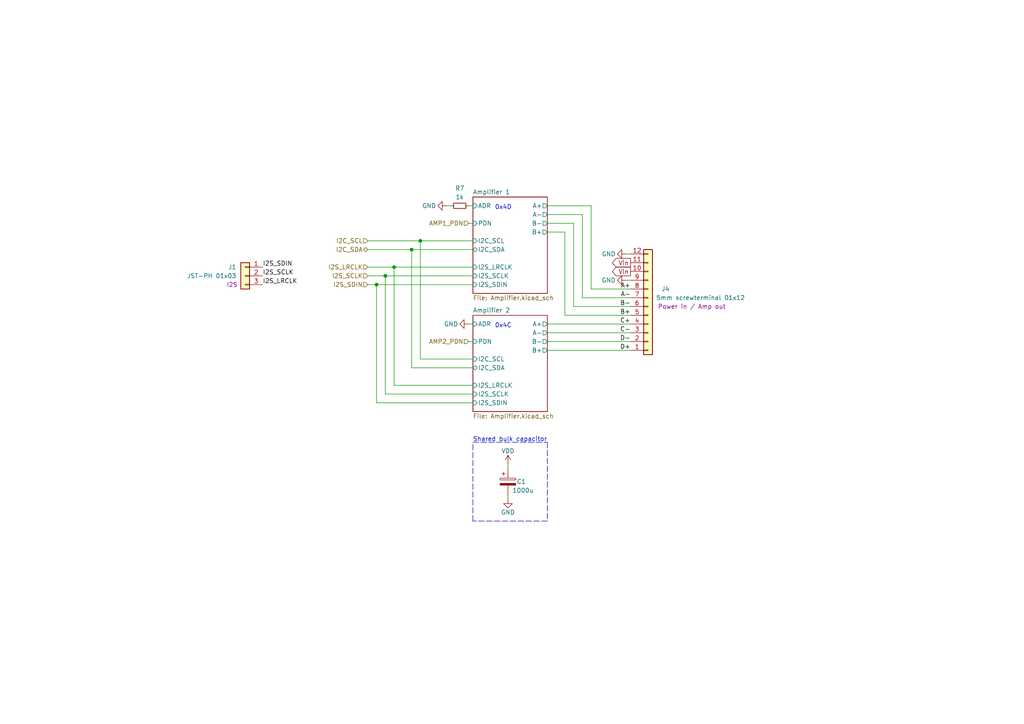
<source format=kicad_sch>
(kicad_sch (version 20211123) (generator eeschema)
  (paper "A4")
  (title_block (title "4x38W amp with DSP and BT") (date "2021-12-01") (rev "1.0") (company "ZOUDIO"))
  (lib_symbols
    (symbol "Connector_Generic:Conn_01x03" (pin_names (offset 1.016) hide)
      (property "Reference" "J" (at 0 5.08 0))
      (property "Value" "Conn_01x03" (at 0 -5.08 0))
      (symbol "Conn_01x03_1_1"
        (rectangle (start -1.27 -2.413) (end 0 -2.667) (stroke (width 0.1524)))
        (rectangle (start -1.27 0.127) (end 0 -0.127) (stroke (width 0.1524)))
        (rectangle (start -1.27 2.667) (end 0 2.413) (stroke (width 0.1524)))
        (rectangle (start -1.27 3.81) (end 1.27 -3.81) (stroke (width 0.254)) (fill (type background)))
        (pin passive line (at -5.08 2.54 0) (length 3.81) (name "Pin_1") (number "1"))
        (pin passive line (at -5.08 0 0) (length 3.81) (name "Pin_2") (number "2"))
        (pin passive line (at -5.08 -2.54 0) (length 3.81) (name "Pin_3") (number "3"))
      )
    )
    (symbol "Connector_Generic:Conn_01x12" (pin_names (offset 1.016) hide)
      (property "Reference" "J" (at 0 15.24 0))
      (property "Value" "Conn_01x12" (at 0 -17.78 0))
      (symbol "Conn_01x12_1_1"
        (rectangle (start -1.27 -15.113) (end 0 -15.367) (stroke (width 0.1524)))
        (rectangle (start -1.27 -12.573) (end 0 -12.827) (stroke (width 0.1524)))
        (rectangle (start -1.27 -10.033) (end 0 -10.287) (stroke (width 0.1524)))
        (rectangle (start -1.27 -7.493) (end 0 -7.747) (stroke (width 0.1524)))
        (rectangle (start -1.27 -4.953) (end 0 -5.207) (stroke (width 0.1524)))
        (rectangle (start -1.27 -2.413) (end 0 -2.667) (stroke (width 0.1524)))
        (rectangle (start -1.27 0.127) (end 0 -0.127) (stroke (width 0.1524)))
        (rectangle (start -1.27 2.667) (end 0 2.413) (stroke (width 0.1524)))
        (rectangle (start -1.27 5.207) (end 0 4.953) (stroke (width 0.1524)))
        (rectangle (start -1.27 7.747) (end 0 7.493) (stroke (width 0.1524)))
        (rectangle (start -1.27 10.287) (end 0 10.033) (stroke (width 0.1524)))
        (rectangle (start -1.27 12.827) (end 0 12.573) (stroke (width 0.1524)))
        (rectangle (start -1.27 13.97) (end 1.27 -16.51) (stroke (width 0.254)) (fill (type background)))
        (pin passive line (at -5.08 12.7 0) (length 3.81) (name "Pin_1") (number "1"))
        (pin passive line (at -5.08 -10.16 0) (length 3.81) (name "Pin_10") (number "10"))
        (pin passive line (at -5.08 -12.7 0) (length 3.81) (name "Pin_11") (number "11"))
        (pin passive line (at -5.08 -15.24 0) (length 3.81) (name "Pin_12") (number "12"))
        (pin passive line (at -5.08 10.16 0) (length 3.81) (name "Pin_2") (number "2"))
        (pin passive line (at -5.08 7.62 0) (length 3.81) (name "Pin_3") (number "3"))
        (pin passive line (at -5.08 5.08 0) (length 3.81) (name "Pin_4") (number "4"))
        (pin passive line (at -5.08 2.54 0) (length 3.81) (name "Pin_5") (number "5"))
        (pin passive line (at -5.08 0 0) (length 3.81) (name "Pin_6") (number "6"))
        (pin passive line (at -5.08 -2.54 0) (length 3.81) (name "Pin_7") (number "7"))
        (pin passive line (at -5.08 -5.08 0) (length 3.81) (name "Pin_8") (number "8"))
        (pin passive line (at -5.08 -7.62 0) (length 3.81) (name "Pin_9") (number "9"))
      )
    )
    (symbol "Device:CP" (pin_numbers hide) (pin_names (offset 0.254))
      (property "Reference" "C" (at 0.635 2.54 0))
      (property "Value" "Device_CP" (at 0.635 -2.54 0))
      (symbol "CP_0_1"
        (rectangle (start -2.286 0.508) (end 2.286 1.016))
        (polyline (pts (xy -1.778 2.286) (xy -0.762 2.286)))
        (polyline (pts (xy -1.27 2.794) (xy -1.27 1.778)))
        (rectangle (start 2.286 -0.508) (end -2.286 -1.016) (fill (type outline)))
      )
      (symbol "CP_1_1"
        (pin passive line (at 0 3.81 270) (length 2.794) (name "~") (number "1"))
        (pin passive line (at 0 -3.81 90) (length 2.794) (name "~") (number "2"))
      )
    )
    (symbol "Device:R_Small" (pin_numbers hide) (pin_names (offset 0.254) hide)
      (property "Reference" "R" (at 0.762 0.508 0))
      (property "Value" "R_Small" (at 0.762 -1.016 0))
      (symbol "R_Small_0_1"
        (rectangle (start -0.762 1.778) (end 0.762 -1.778) (stroke (width 0.2032)))
      )
      (symbol "R_Small_1_1"
        (pin passive line (at 0 2.54 270) (length 0.762) (name "~") (number "1"))
        (pin passive line (at 0 -2.54 90) (length 0.762) (name "~") (number "2"))
      )
    )
    (symbol "power:GND" (power) (pin_names (offset 0))
      (property "Value" "GND" (at 0 -3.81 0))
      (symbol "GND_0_1"
        (polyline (pts (xy 0 0) (xy 0 -1.27) (xy 1.27 -1.27) (xy 0 -2.54) (xy -1.27 -1.27) (xy 0 -1.27)))
      )
      (symbol "GND_1_1"
        (pin power_in line (at 0 0 270) (length 0) hide (name "GND") (number "1"))
      )
    )
    (symbol "power:VDD" (power) (pin_names (offset 0))
      (property "Value" "VDD" (at 0 3.81 0))
      (symbol "VDD_0_1"
        (polyline (pts (xy -0.762 1.27) (xy 0 2.54)))
        (polyline (pts (xy 0 0) (xy 0 2.54)))
        (polyline (pts (xy 0 2.54) (xy 0.762 1.27)))
      )
      (symbol "VDD_1_1"
        (pin power_in line (at 0 0 90) (length 0) hide (name "VDD") (number "1"))
      )
    )
  )
  (junction (at 119.38 72.39))
  (junction (at 114.3 77.47))
  (junction (at 111.76 80.01))
  (junction (at 109.22 82.55))
  (junction (at 121.92 69.85))
  (wire (pts (xy 137.16 59.69) (xy 135.89 59.69)))
  (wire (pts (xy 158.75 64.77) (xy 166.37 64.77)))
  (wire (pts (xy 171.45 59.69) (xy 171.45 83.82)))
  (wire (pts (xy 163.83 91.44) (xy 163.83 67.31)))
  (wire (pts (xy 182.88 91.44) (xy 163.83 91.44)))
  (wire (pts (xy 147.32 134.62) (xy 147.32 135.89)))
  (wire (pts (xy 111.76 114.3) (xy 137.16 114.3)))
  (wire (pts (xy 158.75 101.6) (xy 182.88 101.6)))
  (wire (pts (xy 121.92 69.85) (xy 106.68 69.85)))
  (polyline (pts (xy 137.16 128.27) (xy 158.75 128.27)))
  (wire (pts (xy 158.75 93.98) (xy 182.88 93.98)))
  (wire (pts (xy 114.3 111.76) (xy 137.16 111.76)))
  (wire (pts (xy 135.89 64.77) (xy 137.16 64.77)))
  (wire (pts (xy 181.61 81.28) (xy 182.88 81.28)))
  (wire (pts (xy 137.16 77.47) (xy 114.3 77.47)))
  (wire (pts (xy 137.16 72.39) (xy 119.38 72.39)))
  (polyline (pts (xy 158.75 151.13) (xy 137.16 151.13)))
  (wire (pts (xy 106.68 72.39) (xy 119.38 72.39)))
  (wire (pts (xy 121.92 69.85) (xy 137.16 69.85)))
  (wire (pts (xy 168.91 86.36) (xy 182.88 86.36)))
  (wire (pts (xy 129.54 59.69) (xy 130.81 59.69)))
  (wire (pts (xy 158.75 99.06) (xy 182.88 99.06)))
  (wire (pts (xy 111.76 80.01) (xy 106.68 80.01)))
  (wire (pts (xy 166.37 64.77) (xy 166.37 88.9)))
  (polyline (pts (xy 137.16 151.13) (xy 137.16 128.27)))
  (wire (pts (xy 119.38 72.39) (xy 119.38 106.68)))
  (wire (pts (xy 137.16 80.01) (xy 111.76 80.01)))
  (wire (pts (xy 111.76 80.01) (xy 111.76 114.3)))
  (wire (pts (xy 121.92 104.14) (xy 137.16 104.14)))
  (wire (pts (xy 158.75 96.52) (xy 182.88 96.52)))
  (wire (pts (xy 166.37 88.9) (xy 182.88 88.9)))
  (wire (pts (xy 181.61 73.66) (xy 182.88 73.66)))
  (wire (pts (xy 109.22 82.55) (xy 109.22 116.84)))
  (wire (pts (xy 135.89 93.98) (xy 137.16 93.98)))
  (wire (pts (xy 114.3 77.47) (xy 114.3 111.76)))
  (wire (pts (xy 171.45 83.82) (xy 182.88 83.82)))
  (wire (pts (xy 168.91 62.23) (xy 168.91 86.36)))
  (wire (pts (xy 158.75 62.23) (xy 168.91 62.23)))
  (wire (pts (xy 163.83 67.31) (xy 158.75 67.31)))
  (wire (pts (xy 137.16 106.68) (xy 119.38 106.68)))
  (wire (pts (xy 137.16 99.06) (xy 135.89 99.06)))
  (polyline (pts (xy 158.75 128.27) (xy 158.75 151.13)))
  (wire (pts (xy 109.22 116.84) (xy 137.16 116.84)))
  (wire (pts (xy 147.32 143.51) (xy 147.32 144.78)))
  (wire (pts (xy 106.68 77.47) (xy 114.3 77.47)))
  (wire (pts (xy 121.92 69.85) (xy 121.92 104.14)))
  (wire (pts (xy 158.75 59.69) (xy 171.45 59.69)))
  (wire (pts (xy 106.68 82.55) (xy 109.22 82.55)))
  (wire (pts (xy 137.16 82.55) (xy 109.22 82.55)))
  (text "0x4C" (at 143.51 95.25 0) (effects (font (size 1.27 1.27)) (justify left bottom)))
  (text "0x4D" (at 143.51 60.96 0) (effects (font (size 1.27 1.27)) (justify left bottom)))
  (text "Shared bulk capacitor" (at 137.16 128.27 0) (effects (font (size 1.27 1.27)) (justify left bottom)))
  (label "C+" (at 182.88 93.98 180))
  (label "I2S_SDIN" (at 76.2 77.47 0))
  (label "B-" (at 182.88 88.9 180))
  (label "A-" (at 182.88 86.36 180))
  (label "A+" (at 182.88 83.82 180))
  (label "C-" (at 182.88 96.52 180))
  (label "I2S_SCLK" (at 76.2 80.01 0))
  (label "I2S_LRCLK" (at 76.2 82.55 0))
  (label "D-" (at 182.88 99.06 180))
  (label "D+" (at 182.88 101.6 180))
  (label "B+" (at 182.88 91.44 180))
  (global_label "Vin" (shape output) (at 182.88 76.2 180) (property "Intersheet References" "${INTERSHEET_REFS}" (effects hide)))
  (global_label "Vin" (shape output) (at 182.88 78.74 180) (property "Intersheet References" "${INTERSHEET_REFS}" (effects hide)))
  (hierarchical_label "I2C_SCL" (shape input) (at 106.68 69.85 180))
  (hierarchical_label "I2S_LRCLK" (shape input) (at 106.68 77.47 180))
  (hierarchical_label "I2C_SDA" (shape bidirectional) (at 106.68 72.39 180))
  (hierarchical_label "AMP1_PDN" (shape input) (at 135.89 64.77 180))
  (hierarchical_label "I2S_SCLK" (shape input) (at 106.68 80.01 180))
  (hierarchical_label "I2S_SDIN" (shape input) (at 106.68 82.55 180))
  (hierarchical_label "AMP2_PDN" (shape input) (at 135.89 99.06 180))
  (symbol (lib_id "Connector_Generic:Conn_01x03") (at 71.12 80.01 0) (mirror y) (unit 1)
    (property "Reference" "J1" (at 68.58 77.47 0) (effects (justify left)))
    (property "Value" "JST-PH 01x03" (at 68.58 80.01 0) (effects (justify left)))
    (property "Footprint" "Connector_JST:JST_PH_B3B-PH-K_1x03_P2.00mm_Vertical" (effects hide))
    (property "Function" "I2S" (at 67.31 82.55 0))
    (property "Manufacturer" "JST" (effects hide))
    (property "Partnumber" "B3B-PH-K-S(LF)(SN)" (effects hide))
  )
  (symbol (lib_id "power:VDD") (at 147.32 134.62 0) (unit 1)
    (property "Reference" "#PWR0120" (effects hide))
    (property "Value" "VDD" (at 147.32 130.81 0))
  )
  (symbol (lib_id "Device:CP") (at 147.32 139.7 0) (unit 1)
    (property "Reference" "C1" (at 149.86 139.7 0) (effects (justify left)))
    (property "Value" "1000u" (at 148.59 142.24 0) (effects (justify left)))
    (property "Footprint" "ZOUDIO-footprints:Cap_Rad_D10_P5_horizontal" (effects hide))
    (property "Manufacturer" "Nichicon" (effects hide))
    (property "Partnumber" "UHV1V102MHD" (effects hide))
  )
  (symbol (lib_id "power:GND") (at 147.32 144.78 0) (mirror y) (unit 1)
    (property "Reference" "#PWR04" (effects hide))
    (property "Value" "GND" (at 147.32 148.59 0))
  )
  (symbol (lib_id "Device:R_Small") (at 133.35 59.69 270) (unit 1)
    (property "Reference" "R7" (at 133.35 54.61 90))
    (property "Value" "1k" (at 133.35 57.15 90))
    (property "Footprint" "Resistor_SMD:R_0603_1608Metric" (effects hide))
    (property "Manufacturer" "Yageo" (effects hide))
    (property "Partnumber" "RC0603FR-071KL" (effects hide))
  )
  (symbol (lib_id "power:GND") (at 129.54 59.69 270) (unit 1)
    (property "Reference" "#PWR0102" (effects hide))
    (property "Value" "GND" (at 124.46 59.69 90))
  )
  (symbol (lib_id "power:GND") (at 135.89 93.98 270) (unit 1)
    (property "Reference" "#PWR0101" (effects hide))
    (property "Value" "GND" (at 130.81 93.98 90))
  )
  (symbol (lib_id "Connector_Generic:Conn_01x12") (at 187.96 88.9 0) (mirror x) (unit 1)
    (property "Reference" "J4" (at 193.04 83.82 0))
    (property "Value" "5mm screwterminal 01x12" (at 203.2 86.36 0))
    (property "Footprint" "ZOUDIO-footprints:Multicomp_12P_5mm" (effects hide))
    (property "Function" "Power in / Amp out" (at 200.66 88.9 0))
    (property "Manufacturer" "Dibo" (effects hide))
    (property "Partnumber" "DB128V-5.0-12P" (effects hide))
  )
  (symbol (lib_id "power:GND") (at 181.61 81.28 270) (mirror x) (unit 1)
    (property "Reference" "#PWR0104" (effects hide))
    (property "Value" "GND" (at 176.53 81.28 90))
  )
  (symbol (lib_id "power:GND") (at 181.61 73.66 270) (mirror x) (unit 1)
    (property "Reference" "#PWR0103" (effects hide))
    (property "Value" "GND" (at 176.53 73.66 90))
  )
  (sheet (at 137.16 91.44) (size 21.59 27.94)
    (property "Sheet name" "Amplifier 2" (at 137.16 90.7284 0) (effects (justify left bottom)))
    (property "Sheet file" "Amplifier.kicad_sch" (at 137.16 119.9646 0) (effects (justify left top)))
    (pin "I2S_LRCLK" input (at 137.16 111.76 180))
    (pin "I2S_SCLK" input (at 137.16 114.3 180))
    (pin "I2S_SDIN" input (at 137.16 116.84 180))
    (pin "PDN" input (at 137.16 99.06 180))
    (pin "I2C_SCL" input (at 137.16 104.14 180))
    (pin "ADR" input (at 137.16 93.98 180))
    (pin "A+" output (at 158.75 93.98 0))
    (pin "A-" output (at 158.75 96.52 0))
    (pin "B-" output (at 158.75 99.06 0))
    (pin "B+" output (at 158.75 101.6 0))
    (pin "I2C_SDA" bidirectional (at 137.16 106.68 180))
  )
  (sheet (at 137.16 57.15) (size 21.59 27.94)
    (property "Sheet name" "Amplifier 1" (at 137.16 56.4384 0) (effects (justify left bottom)))
    (property "Sheet file" "Amplifier.kicad_sch" (at 137.16 85.6746 0) (effects (justify left top)))
    (pin "I2S_LRCLK" input (at 137.16 77.47 180))
    (pin "I2S_SCLK" input (at 137.16 80.01 180))
    (pin "I2S_SDIN" input (at 137.16 82.55 180))
    (pin "PDN" input (at 137.16 64.77 180))
    (pin "ADR" input (at 137.16 59.69 180))
    (pin "A+" output (at 158.75 59.69 0))
    (pin "A-" output (at 158.75 62.23 0))
    (pin "B-" output (at 158.75 64.77 0))
    (pin "B+" output (at 158.75 67.31 0))
    (pin "I2C_SCL" input (at 137.16 69.85 180))
    (pin "I2C_SDA" bidirectional (at 137.16 72.39 180))
  )
)
</source>
